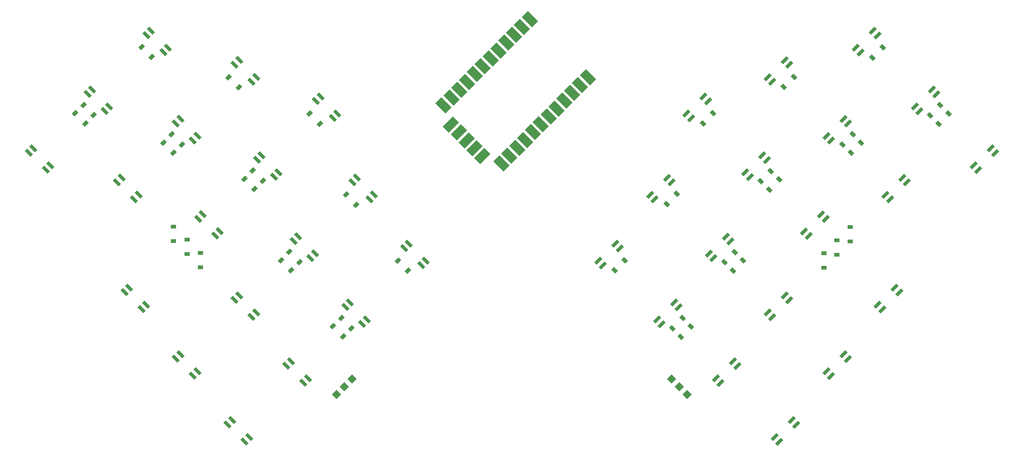
<source format=gbr>
G04 #@! TF.GenerationSoftware,KiCad,Pcbnew,(5.99.0-11349-g4025603a1f)*
G04 #@! TF.CreationDate,2022-06-14T13:32:38-04:00*
G04 #@! TF.ProjectId,eek,65656b2e-6b69-4636-9164-5f7063625858,rev?*
G04 #@! TF.SameCoordinates,Original*
G04 #@! TF.FileFunction,Paste,Top*
G04 #@! TF.FilePolarity,Positive*
%FSLAX46Y46*%
G04 Gerber Fmt 4.6, Leading zero omitted, Abs format (unit mm)*
G04 Created by KiCad (PCBNEW (5.99.0-11349-g4025603a1f)) date 2022-06-14 13:32:38*
%MOMM*%
%LPD*%
G01*
G04 APERTURE LIST*
G04 Aperture macros list*
%AMRotRect*
0 Rectangle, with rotation*
0 The origin of the aperture is its center*
0 $1 length*
0 $2 width*
0 $3 Rotation angle, in degrees counterclockwise*
0 Add horizontal line*
21,1,$1,$2,0,0,$3*%
G04 Aperture macros list end*
%ADD10RotRect,0.900000X1.200000X225.000000*%
%ADD11R,1.200000X0.900000*%
%ADD12RotRect,1.800000X0.820000X225.000000*%
%ADD13RotRect,0.900000X1.200000X135.000000*%
%ADD14RotRect,1.800000X0.820000X135.000000*%
%ADD15RotRect,1.524000X1.524000X315.000000*%
%ADD16RotRect,1.524000X1.524000X225.000000*%
%ADD17RotRect,2.000000X3.250000X225.000000*%
%ADD18RotRect,2.000000X3.250000X315.000000*%
G04 APERTURE END LIST*
D10*
X165917008Y-104476455D03*
X168250460Y-102143003D03*
X180200564Y-86940207D03*
X177867112Y-89273659D03*
X188473714Y-68484720D03*
X186140262Y-70818172D03*
X204666459Y-62474312D03*
X206999911Y-60140860D03*
X224960423Y-55756797D03*
X227293875Y-53423345D03*
X181516726Y-115398274D03*
X179183274Y-117731726D03*
X193416726Y-100268274D03*
X191083274Y-102601726D03*
X199373274Y-84061726D03*
X201706726Y-81728274D03*
X218103274Y-75611726D03*
X220436726Y-73278274D03*
X240453452Y-66611548D03*
X238120000Y-68945000D03*
X181073274Y-119641726D03*
X183406726Y-117308274D03*
X195326726Y-102158274D03*
X192993274Y-104491726D03*
X203626726Y-83618274D03*
X201293274Y-85951726D03*
X222356726Y-75198274D03*
X220023274Y-77531726D03*
D11*
X213840000Y-100505000D03*
X213840000Y-103805000D03*
X216840000Y-100845000D03*
X216840000Y-97545000D03*
X219870000Y-94495000D03*
X219870000Y-97795000D03*
D12*
X219398322Y-124737894D03*
X215509234Y-128626981D03*
X214448574Y-127566321D03*
X218337662Y-123677233D03*
X207544385Y-139824723D03*
X203655297Y-143713810D03*
X202594637Y-142653150D03*
X206483725Y-138764062D03*
X180603616Y-112883955D03*
X176714528Y-116773042D03*
X175653868Y-115712382D03*
X179542956Y-111823294D03*
X239603898Y-64121165D03*
X235714810Y-68010252D03*
X234654150Y-66949592D03*
X238543238Y-63060504D03*
X205927937Y-57385972D03*
X202038849Y-61275059D03*
X200978189Y-60214399D03*
X204867277Y-56325311D03*
X232868707Y-84326740D03*
X228979619Y-88215827D03*
X227918959Y-87155167D03*
X231808047Y-83266079D03*
X226133514Y-50650781D03*
X222244426Y-54539868D03*
X221183766Y-53479208D03*
X225072854Y-49590120D03*
X214279577Y-92678378D03*
X210390489Y-96567465D03*
X209329829Y-95506805D03*
X213218917Y-91617717D03*
X194073999Y-126354339D03*
X190184911Y-130243426D03*
X189124251Y-129182766D03*
X193013339Y-125293678D03*
X205927938Y-111267509D03*
X202038850Y-115156596D03*
X200978190Y-114095936D03*
X204867278Y-110206848D03*
X219398323Y-70856356D03*
X215509235Y-74745443D03*
X214448575Y-73684783D03*
X218337663Y-69795695D03*
X192457553Y-97797124D03*
X188568465Y-101686211D03*
X187507805Y-100625551D03*
X191396893Y-96736463D03*
X253074282Y-77591548D03*
X249185194Y-81480635D03*
X248124534Y-80419975D03*
X252013622Y-76530887D03*
X200809191Y-79207994D03*
X196920103Y-83097081D03*
X195859443Y-82036421D03*
X199748531Y-78147333D03*
X178987169Y-84326740D03*
X175098081Y-88215827D03*
X174037421Y-87155167D03*
X177926509Y-83266079D03*
X231117556Y-109516359D03*
X227228468Y-113405446D03*
X226167808Y-112344786D03*
X230056896Y-108455698D03*
X167133232Y-99413571D03*
X163244144Y-103302658D03*
X162183484Y-102241998D03*
X166072572Y-98352910D03*
X187338807Y-65737610D03*
X183449719Y-69626697D03*
X182389059Y-68566037D03*
X186278147Y-64676949D03*
D13*
X44333274Y-66578274D03*
X46666726Y-68911726D03*
X66850000Y-75625000D03*
X64516548Y-73291548D03*
X91473274Y-100228274D03*
X93806726Y-102561726D03*
D11*
X68056128Y-100719861D03*
X68056128Y-97419861D03*
D13*
X64946726Y-77521726D03*
X62613274Y-75188274D03*
D11*
X64950000Y-97725000D03*
X64950000Y-94425000D03*
D13*
X42436548Y-68481548D03*
X44770000Y-70815000D03*
X83506412Y-85851726D03*
X81172960Y-83518274D03*
X85386726Y-83911726D03*
X83053274Y-81578274D03*
X91896726Y-104461726D03*
X89563274Y-102128274D03*
X98426365Y-70891655D03*
X96092913Y-68558203D03*
X57626303Y-53284697D03*
X59959755Y-55618149D03*
X104436772Y-87084401D03*
X106770224Y-89417853D03*
X79900167Y-62547795D03*
X77566715Y-60214343D03*
X116316166Y-102216486D03*
X118649618Y-104549938D03*
X101433274Y-117238274D03*
X103766726Y-119571726D03*
D11*
X71080000Y-100435000D03*
X71080000Y-103735000D03*
D13*
X103363274Y-115358274D03*
X105696726Y-117691726D03*
D10*
X240073274Y-70871726D03*
X242406726Y-68538274D03*
D14*
X81215386Y-143667087D03*
X77326299Y-139777999D03*
X78386959Y-138717339D03*
X82276047Y-142606427D03*
X94685770Y-130196701D03*
X90796683Y-126307613D03*
X91857343Y-125246953D03*
X95746431Y-129136041D03*
X49155871Y-67963526D03*
X45266784Y-64074438D03*
X46327444Y-63013778D03*
X50216532Y-66902866D03*
X82831832Y-115109871D03*
X78942745Y-111220783D03*
X80003405Y-110160123D03*
X83892493Y-114049211D03*
X35685486Y-81433911D03*
X31796399Y-77544823D03*
X32857059Y-76484163D03*
X36746147Y-80373251D03*
X87950577Y-83050357D03*
X84061490Y-79161269D03*
X85122150Y-78100609D03*
X89011238Y-81989697D03*
X69361448Y-128580255D03*
X65472361Y-124691167D03*
X66533021Y-123630507D03*
X70422109Y-127519595D03*
X74480194Y-96520741D03*
X70591107Y-92631653D03*
X71651767Y-91570993D03*
X75540855Y-95460081D03*
X69361448Y-74698720D03*
X65472361Y-70809632D03*
X66533021Y-69748972D03*
X70422109Y-73638060D03*
X96302215Y-101639487D03*
X92413128Y-97750399D03*
X93473788Y-96689739D03*
X97362876Y-100578827D03*
X55891064Y-88169103D03*
X52001977Y-84280015D03*
X53062637Y-83219355D03*
X56951725Y-87108443D03*
X108156153Y-116726318D03*
X104267066Y-112837230D03*
X105327726Y-111776570D03*
X109216814Y-115665658D03*
X62626255Y-54493142D03*
X58737168Y-50604054D03*
X59797828Y-49543394D03*
X63686916Y-53432482D03*
X82831832Y-61228334D03*
X78942745Y-57339246D03*
X80003405Y-56278586D03*
X83892493Y-60167674D03*
X109772599Y-88169103D03*
X105883512Y-84280015D03*
X106944172Y-83219355D03*
X110833260Y-87108443D03*
X57642213Y-113358721D03*
X53753126Y-109469633D03*
X54813786Y-108408973D03*
X58702874Y-112298061D03*
X121626539Y-103255933D03*
X117737452Y-99366845D03*
X118798112Y-98306185D03*
X122687200Y-102195273D03*
X101420961Y-69579973D03*
X97531874Y-65690885D03*
X98592534Y-64630225D03*
X102481622Y-68519313D03*
D15*
X105846051Y-129303949D03*
X104050000Y-131100000D03*
X102253949Y-132896051D03*
D16*
X182546051Y-132921051D03*
X180750000Y-131125000D03*
X178953949Y-129328949D03*
D17*
X146522845Y-46934652D03*
X144726794Y-48730703D03*
X142930743Y-50526754D03*
X141134692Y-52322805D03*
X139338640Y-54118857D03*
X137542589Y-55914908D03*
X135746538Y-57710959D03*
X133950487Y-59507010D03*
X132154435Y-61303062D03*
X130358384Y-63099113D03*
X128562333Y-64895164D03*
X126766282Y-66691215D03*
X140057061Y-79981994D03*
X141853112Y-78185943D03*
X143649163Y-76389892D03*
X145445214Y-74593841D03*
X147241266Y-72797789D03*
X149037317Y-71001738D03*
X150833368Y-69205687D03*
X152629419Y-67409636D03*
X154425471Y-65613584D03*
X156221522Y-63817533D03*
X158017573Y-62021482D03*
X159813624Y-60225431D03*
D18*
X128472530Y-71091541D03*
X130268582Y-72887592D03*
X132064633Y-74683643D03*
X133860684Y-76479694D03*
X135656735Y-78275746D03*
M02*

</source>
